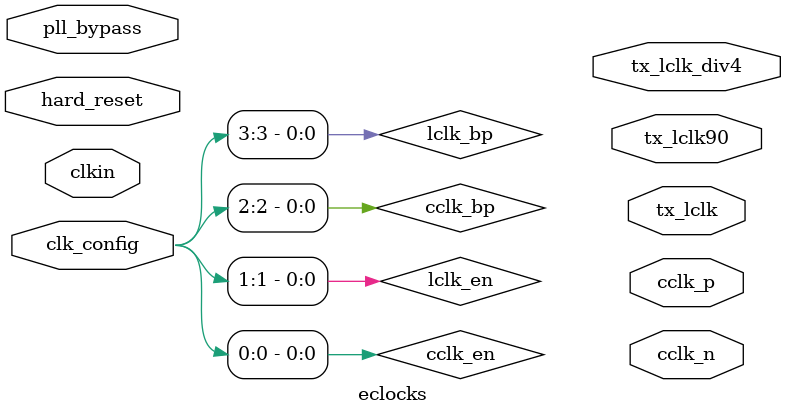
<source format=v>
/*###########################################################################
 # Function:  High speed clock generator for elink
 #      
 #  cclk_p/n     - Epiphany Output Clock (>600MHz) 
 #
 #  tx_lclk_div4 - Parallel data clock (125Mhz)
 #
 #  tx_lclk      - Serial DDR data clock (500MHz)
 #
 #  tx_lclk90    - DDR "Clock" clock, to generate tx_lclk_p/n output
 #                 Same as lclk, shifted by 90 degrees
 #
 ############################################################################
 */

module eclocks (/*AUTOARG*/
   // Outputs
   cclk_p, cclk_n, tx_lclk, tx_lclk90, tx_lclk_div4,
   // Inputs
   clkin, hard_reset, clk_config, pll_bypass
   );

   // Parameters must be set as follows:
   //   PFD input frequency = 1/CLKIN1_PERIOD / DIVCLK_DIVIDE (10-450MHz)
   //   VCO frequency = PFD input frequency * CLKFBOUT_MULT (800-1600MHz)
   //   Output frequency = VCO frequency / CLKOUTn_DIVIDE

   //Input clock, reset, config interface
   input        clkin;              // primary input clock 
   input        hard_reset;         //
   input [15:0] clk_config;         // clock settings
   input [3:0] 	pll_bypass;         //[0]=cclk
                                    //[1]=lclk
                                    //[2]=lclk90
                                    //[3]=lclk_div4
   
 	
   
   //Output Clocks
   output       cclk_p, cclk_n;     // high speed Epiphany clock (up to 1GHz)
   output       tx_lclk;            // elink tx serdes clock
   output       tx_lclk90;          // center aligned output clock for elink tx
   output       tx_lclk_div4;       // lclk/4 slow clock for tx parallel logic 

   // Wires
   wire 	cclk_en;
   wire 	lclk_en;
   wire 	cclk_bp;
   wire 	lclk_bp;   
   wire 	cclk;

   wire 	lclk;
   wire 	lclk90;
   wire 	lclk_div4;
   
   //Register decoding
   assign cclk_en=clk_config[0];
   assign lclk_en=clk_config[1];
   assign cclk_bp=clk_config[2];
   assign lclk_bp=clk_config[3];
   
`ifdef TARGET_XILINX	

   //instantiate MMCM
   
`elsif TARGET_CLEAN
      
   clock_divider cclk_divider(
			      // Outputs
			      .clkout		(cclk),
			      .clkout90		(),
			      // Inputs
			      .clkin		(clkin), 
			      .reset            (hard_reset),
			      .divcfg		(clk_config[7:4])
			      )
			      ;
   
   clock_divider lclk_divider(
			      // Outputs
			      .clkout		(lclk),
			      .clkout90		(lclk90),
			      // Inputs
			      .clkin		(clkin),
			      .reset            (hard_reset),
			      .divcfg		(clk_config[11:8])
			      );
   
   //This clock is always on!
   clock_divider lclk_par_divider(
				  // Outputs
				  .clkout	(lclk_div4),
				  .clkout90	(),
				  // Inputs
				  .clkin	(clkin),
				  .reset        (hard_reset),
				  .divcfg	(clk_config[11:8] + 4'd2)
				  );

   


   //cclk (hack for sim)
   assign cclk_p = hard_reset ? clkin :
		   cclk_bp    ? pll_bypass[0] :			      
			        cclk;
   assign cclk_n = ~cclk_p;

   //lclk (hack for sim)
   assign tx_lclk = hard_reset ? clkin :
		    lclk_bp    ? pll_bypass[1] : 
		                 lclk;
   
   assign tx_lclk90 = hard_reset ? clkin :
		      lclk_bp    ? pll_bypass[2] : 
		                   lclk90;

   assign tx_lclk_div4 = hard_reset ? clkin :
		         lclk_bp    ? pll_bypass[3] : 
		                      lclk_div4;
    
    
`endif
          
endmodule // eclocks
// Local Variables:
// verilog-library-directories:("." "../../common/hdl")
// End:

/*
  Copyright (C) 2014 Adapteva, Inc.
  Contributed by Andreas Olofsson <andreas@adapteva.com>
 
   This program is free software: you can redistribute it and/or modify
  it under the terms of the GNU General Public License as published by
  the Free Software Foundation, either version 3 of the License, or
  (at your option) any later version.This program is distributed in the hope 
  that it will be useful,but WITHOUT ANY WARRANTY without even the implied 
  warranty of MERCHANTABILITY or FITNESS FOR A PARTICULAR PURPOSE.  See the
  GNU General Public License for more details. You should have received a copy 
  of the GNU General Public License along with this program (see the file 
  COPYING).  If not, see <http://www.gnu.org/licenses/>.
*/

</source>
